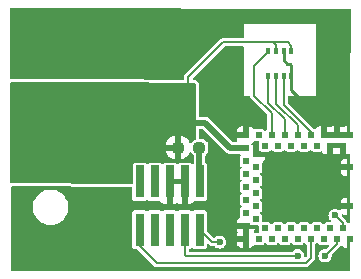
<source format=gbr>
%TF.GenerationSoftware,KiCad,Pcbnew,7.0.8*%
%TF.CreationDate,2024-06-12T17:23:09-04:00*%
%TF.ProjectId,BLERoomSensore,424c4552-6f6f-46d5-9365-6e736f72652e,rev?*%
%TF.SameCoordinates,Original*%
%TF.FileFunction,Copper,L1,Top*%
%TF.FilePolarity,Positive*%
%FSLAX46Y46*%
G04 Gerber Fmt 4.6, Leading zero omitted, Abs format (unit mm)*
G04 Created by KiCad (PCBNEW 7.0.8) date 2024-06-12 17:23:09*
%MOMM*%
%LPD*%
G01*
G04 APERTURE LIST*
G04 Aperture macros list*
%AMRoundRect*
0 Rectangle with rounded corners*
0 $1 Rounding radius*
0 $2 $3 $4 $5 $6 $7 $8 $9 X,Y pos of 4 corners*
0 Add a 4 corners polygon primitive as box body*
4,1,4,$2,$3,$4,$5,$6,$7,$8,$9,$2,$3,0*
0 Add four circle primitives for the rounded corners*
1,1,$1+$1,$2,$3*
1,1,$1+$1,$4,$5*
1,1,$1+$1,$6,$7*
1,1,$1+$1,$8,$9*
0 Add four rect primitives between the rounded corners*
20,1,$1+$1,$2,$3,$4,$5,0*
20,1,$1+$1,$4,$5,$6,$7,0*
20,1,$1+$1,$6,$7,$8,$9,0*
20,1,$1+$1,$8,$9,$2,$3,0*%
G04 Aperture macros list end*
%TA.AperFunction,SMDPad,CuDef*%
%ADD10R,0.508000X0.508000*%
%TD*%
%TA.AperFunction,SMDPad,CuDef*%
%ADD11RoundRect,0.237500X-0.250000X-0.237500X0.250000X-0.237500X0.250000X0.237500X-0.250000X0.237500X0*%
%TD*%
%TA.AperFunction,SMDPad,CuDef*%
%ADD12R,0.740000X2.790000*%
%TD*%
%TA.AperFunction,SMDPad,CuDef*%
%ADD13R,0.350000X0.500000*%
%TD*%
%TA.AperFunction,ViaPad*%
%ADD14C,0.600000*%
%TD*%
%TA.AperFunction,ViaPad*%
%ADD15C,0.800000*%
%TD*%
%TA.AperFunction,Conductor*%
%ADD16C,0.508000*%
%TD*%
%TA.AperFunction,Conductor*%
%ADD17C,0.177800*%
%TD*%
%TA.AperFunction,Conductor*%
%ADD18C,0.203200*%
%TD*%
%TA.AperFunction,Conductor*%
%ADD19C,0.254000*%
%TD*%
G04 APERTURE END LIST*
D10*
%TO.P,U3,1,GND*%
%TO.N,GND*%
X150686001Y-78302401D03*
%TO.P,U3,3,GND*%
X149586001Y-78302401D03*
%TO.P,U3,5,GND*%
X148486001Y-78302401D03*
%TO.P,U3,7,P0.26*%
%TO.N,BME_CS*%
X147386000Y-78302401D03*
%TO.P,U3,9,P0.28*%
%TO.N,MOSI*%
X146286000Y-78302401D03*
%TO.P,U3,11,P0.30*%
%TO.N,SCK*%
X145186000Y-78302401D03*
%TO.P,U3,13,P0.00*%
%TO.N,MISO*%
X144085999Y-78302401D03*
%TO.P,U3,15,P0.02*%
%TO.N,unconnected-(U3-P0.02-Pad15)*%
X142985999Y-78302401D03*
%TO.P,U3,16,GND*%
%TO.N,GND*%
X141885999Y-78302401D03*
%TO.P,U3,17,VCC*%
%TO.N,VDD*%
X141886000Y-79402399D03*
%TO.P,U3,19,P0.03*%
%TO.N,unconnected-(U3-P0.03-Pad19)*%
X141886000Y-80502399D03*
%TO.P,U3,21,P0.05*%
%TO.N,unconnected-(U3-P0.05-Pad21)*%
X141886000Y-81602400D03*
%TO.P,U3,23,P0.07*%
%TO.N,unconnected-(U3-P0.07-Pad23)*%
X141886000Y-82702400D03*
%TO.P,U3,25,P0.09*%
%TO.N,unconnected-(U3-P0.09-Pad25)*%
X141886000Y-83802400D03*
%TO.P,U3,27,P0.11*%
%TO.N,unconnected-(U3-P0.11-Pad27)*%
X141886000Y-84902401D03*
%TO.P,U3,29,GND*%
%TO.N,GND*%
X141886000Y-86002401D03*
%TO.P,U3,30,GND*%
X141885999Y-87102399D03*
%TO.P,U3,31,P0.13*%
%TO.N,unconnected-(U3-P0.13-Pad31)*%
X142985999Y-87102399D03*
%TO.P,U3,33,P0.15*%
%TO.N,unconnected-(U3-P0.15-Pad33)*%
X144085999Y-87102399D03*
%TO.P,U3,35,P0.17*%
%TO.N,unconnected-(U3-P0.17-Pad35)*%
X145186000Y-87102399D03*
%TO.P,U3,37,P0.19*%
%TO.N,unconnected-(U3-P0.19-Pad37)*%
X146286000Y-87102399D03*
%TO.P,U3,39,P0.21*%
%TO.N,RESET*%
X147386000Y-87102399D03*
%TO.P,U3,41,P0.23*%
%TO.N,unconnected-(U3-P0.23-Pad41)*%
X148486001Y-87102399D03*
%TO.P,U3,43,SWCLK*%
%TO.N,CLK*%
X149586001Y-87102399D03*
%TO.P,U3,45,GND*%
%TO.N,GND*%
X150686001Y-87102399D03*
%TO.P,U3,2,GND*%
X150136001Y-79202401D03*
%TO.P,U3,4,GND*%
X149036001Y-79202401D03*
%TO.P,U3,6,P0.25*%
%TO.N,unconnected-(U3-P0.25-Pad6)*%
X147936001Y-79202401D03*
%TO.P,U3,8,P0.27*%
%TO.N,unconnected-(U3-P0.27-Pad8)*%
X146836000Y-79202401D03*
%TO.P,U3,10,P0.29*%
%TO.N,unconnected-(U3-P0.29-Pad10)*%
X145736000Y-79202401D03*
%TO.P,U3,12,P0.31*%
%TO.N,unconnected-(U3-P0.31-Pad12)*%
X144636000Y-79202401D03*
%TO.P,U3,14,P0.01*%
%TO.N,unconnected-(U3-P0.01-Pad14)*%
X143535999Y-79202401D03*
%TO.P,U3,32,P0.14*%
%TO.N,unconnected-(U3-P0.14-Pad32)*%
X143535999Y-86202399D03*
%TO.P,U3,34,P0.16*%
%TO.N,unconnected-(U3-P0.16-Pad34)*%
X144636000Y-86202399D03*
%TO.P,U3,36,P0.18*%
%TO.N,unconnected-(U3-P0.18-Pad36)*%
X145736000Y-86202399D03*
%TO.P,U3,38,P0.20*%
%TO.N,unconnected-(U3-P0.20-Pad38)*%
X146836000Y-86202399D03*
%TO.P,U3,40,P0.22*%
%TO.N,unconnected-(U3-P0.22-Pad40)*%
X147936001Y-86202399D03*
%TO.P,U3,42,P0.24*%
%TO.N,unconnected-(U3-P0.24-Pad42)*%
X149036001Y-86202399D03*
%TO.P,U3,44,SWDIO*%
%TO.N,DIO*%
X150136001Y-86202399D03*
%TO.P,U3,18,GND*%
%TO.N,GND*%
X142786000Y-79952399D03*
%TO.P,U3,20,P0.04*%
%TO.N,unconnected-(U3-P0.04-Pad20)*%
X142786000Y-81052399D03*
%TO.P,U3,22,P0.06*%
%TO.N,unconnected-(U3-P0.06-Pad22)*%
X142786000Y-82152400D03*
%TO.P,U3,24,P0.08*%
%TO.N,unconnected-(U3-P0.08-Pad24)*%
X142786000Y-83252400D03*
%TO.P,U3,26,P0.10*%
%TO.N,unconnected-(U3-P0.10-Pad26)*%
X142786000Y-84352400D03*
%TO.P,U3,28,P0.12*%
%TO.N,unconnected-(U3-P0.12-Pad28)*%
X142786000Y-85452401D03*
%TO.P,U3,47,GND*%
%TO.N,GND*%
X150686001Y-81052400D03*
%TO.P,U3,46,GND*%
X150686001Y-84352400D03*
%TD*%
D11*
%TO.P,R1,1*%
%TO.N,VDD*%
X136145900Y-79375000D03*
%TO.P,R1,2*%
%TO.N,Net-(J1-Pad01)*%
X137970900Y-79375000D03*
%TD*%
D12*
%TO.P,J1,01,01*%
%TO.N,Net-(J1-Pad01)*%
X137998200Y-82245200D03*
%TO.P,J1,02,02*%
%TO.N,DIO*%
X137998200Y-86315200D03*
%TO.P,J1,03,03*%
%TO.N,GND*%
X136728200Y-82245200D03*
%TO.P,J1,04,04*%
%TO.N,CLK*%
X136728200Y-86315200D03*
%TO.P,J1,05,05*%
%TO.N,GND*%
X135458200Y-82245200D03*
%TO.P,J1,06,06*%
%TO.N,unconnected-(J1-Pad06)*%
X135458200Y-86315200D03*
%TO.P,J1,07,07*%
%TO.N,unconnected-(J1-Pad07)*%
X134188200Y-82245200D03*
%TO.P,J1,08,08*%
%TO.N,unconnected-(J1-Pad08)*%
X134188200Y-86315200D03*
%TO.P,J1,09,09*%
%TO.N,unconnected-(J1-Pad09)*%
X132918200Y-82245200D03*
%TO.P,J1,10,10*%
%TO.N,RESET*%
X132918200Y-86315200D03*
%TD*%
D13*
%TO.P,U2,1,GND*%
%TO.N,GND*%
X145755000Y-73288000D03*
%TO.P,U2,2,CSB*%
%TO.N,BME_CS*%
X145105000Y-73288000D03*
%TO.P,U2,3,SDI*%
%TO.N,MOSI*%
X144455000Y-73288000D03*
%TO.P,U2,4,SCK*%
%TO.N,SCK*%
X143805000Y-73288000D03*
%TO.P,U2,5,SDO*%
%TO.N,MISO*%
X143805000Y-71238000D03*
%TO.P,U2,6,VDDIO*%
%TO.N,VDD*%
X144455000Y-71238000D03*
%TO.P,U2,7,GND*%
%TO.N,GND*%
X145105000Y-71238000D03*
%TO.P,U2,8,VDD*%
%TO.N,VDD*%
X145755000Y-71238000D03*
%TD*%
D14*
%TO.N,DIO*%
X139674600Y-87376000D03*
%TO.N,CLK*%
X146304000Y-88544400D03*
X148615400Y-88544400D03*
%TO.N,DIO*%
X149453600Y-85115400D03*
D15*
%TO.N,GND*%
X130683000Y-69977000D03*
X130810000Y-83566000D03*
X125349000Y-70281800D03*
X149021800Y-72694800D03*
X139471400Y-76530200D03*
X148717000Y-82423000D03*
X127508000Y-73025000D03*
X148920200Y-69748400D03*
X131013200Y-85064600D03*
X147370800Y-83820000D03*
X139446000Y-83058000D03*
%TO.N,VDD*%
X122529600Y-77165200D03*
X127660400Y-81686400D03*
X130251200Y-81584800D03*
X122580400Y-78841600D03*
X122529600Y-75133200D03*
X128930400Y-81737200D03*
X123037600Y-81686400D03*
%TD*%
D16*
%TO.N,Net-(J1-Pad01)*%
X137970900Y-79375000D02*
X137970900Y-82217900D01*
X137970900Y-82217900D02*
X137998200Y-82245200D01*
%TO.N,VDD*%
X141886000Y-79402399D02*
X140590999Y-79402399D01*
X140590999Y-79402399D02*
X138455400Y-77266800D01*
X138455400Y-77266800D02*
X136677400Y-77266800D01*
D17*
%TO.N,DIO*%
X150136001Y-86202399D02*
X150136001Y-85797801D01*
X150136001Y-85797801D02*
X149453600Y-85115400D01*
X139674600Y-87376000D02*
X139059000Y-87376000D01*
X139059000Y-87376000D02*
X137998200Y-86315200D01*
%TO.N,RESET*%
X132918200Y-86315200D02*
X132918200Y-87710200D01*
X147010500Y-89133300D02*
X147386000Y-88757800D01*
X132918200Y-87710200D02*
X134341300Y-89133300D01*
X147386000Y-88757800D02*
X147386000Y-87102399D01*
X134341300Y-89133300D02*
X147010500Y-89133300D01*
%TO.N,CLK*%
X146304000Y-88544400D02*
X136831634Y-88544400D01*
X136728200Y-88440966D02*
X136728200Y-86315200D01*
X136831634Y-88544400D02*
X136728200Y-88440966D01*
X148615400Y-88544400D02*
X149586001Y-87573799D01*
X149586001Y-87573799D02*
X149586001Y-87102399D01*
D18*
%TO.N,MOSI*%
X146286000Y-77505380D02*
X146286000Y-78302401D01*
X144455000Y-75674380D02*
X146286000Y-77505380D01*
X144455000Y-73233000D02*
X144455000Y-75674380D01*
%TO.N,BME_CS*%
X147386000Y-78035170D02*
X147386000Y-78302401D01*
X145105000Y-75754170D02*
X147386000Y-78035170D01*
X145105000Y-73233000D02*
X145105000Y-75754170D01*
D19*
%TO.N,GND*%
X145755000Y-73233000D02*
X145755000Y-74508000D01*
X145669000Y-72309000D02*
X145415000Y-72309000D01*
X145105000Y-71999000D02*
X145105000Y-71293000D01*
X145755000Y-74508000D02*
X146761200Y-75514200D01*
X145415000Y-72309000D02*
X145105000Y-71999000D01*
X145755000Y-72395000D02*
X145669000Y-72309000D01*
X145755000Y-73233000D02*
X145755000Y-72395000D01*
D18*
%TO.N,SCK*%
X143805000Y-75594590D02*
X145186000Y-76975590D01*
X143805000Y-73233000D02*
X143805000Y-75594590D01*
X145186000Y-76975590D02*
X145186000Y-78302401D01*
%TO.N,VDD*%
X144221200Y-70459600D02*
X143866600Y-70459600D01*
X143866600Y-70459600D02*
X145465800Y-70459600D01*
X145465800Y-70459600D02*
X145755000Y-70748800D01*
X143866600Y-70459600D02*
X140004800Y-70459600D01*
X137033000Y-73431400D02*
X137033000Y-74498200D01*
X145755000Y-70748800D02*
X145755000Y-71293000D01*
X140004800Y-70459600D02*
X137033000Y-73431400D01*
X144455000Y-70693400D02*
X144221200Y-70459600D01*
X144455000Y-71293000D02*
X144455000Y-70693400D01*
%TO.N,MISO*%
X142621000Y-72477000D02*
X142621000Y-74980800D01*
X144085999Y-76445799D02*
X144085999Y-78302401D01*
X142621000Y-74980800D02*
X144085999Y-76445799D01*
X143805000Y-71293000D02*
X142621000Y-72477000D01*
%TD*%
%TA.AperFunction,Conductor*%
%TO.N,GND*%
G36*
X138264863Y-77795865D02*
G01*
X138270517Y-77801045D01*
X140186100Y-79716628D01*
X140197888Y-79731256D01*
X140202749Y-79738820D01*
X140243086Y-79773772D01*
X140245371Y-79775900D01*
X140257149Y-79787678D01*
X140270474Y-79797652D01*
X140272918Y-79799622D01*
X140313257Y-79834576D01*
X140318162Y-79836815D01*
X140321429Y-79838307D01*
X140337596Y-79847899D01*
X140344795Y-79853288D01*
X140394822Y-79871946D01*
X140397704Y-79873140D01*
X140446265Y-79895318D01*
X140455162Y-79896596D01*
X140473376Y-79901245D01*
X140481798Y-79904387D01*
X140535048Y-79908195D01*
X140538157Y-79908530D01*
X140554631Y-79910899D01*
X140571271Y-79910899D01*
X140574408Y-79911011D01*
X140627646Y-79914819D01*
X140627646Y-79914818D01*
X140627648Y-79914819D01*
X140636434Y-79912907D01*
X140655118Y-79910899D01*
X141390323Y-79910899D01*
X141446824Y-79931464D01*
X141476888Y-79983535D01*
X141466447Y-80042749D01*
X141452478Y-80060954D01*
X141448514Y-80064917D01*
X141392265Y-80149097D01*
X141377500Y-80223333D01*
X141377500Y-80781467D01*
X141390426Y-80846452D01*
X141392266Y-80855700D01*
X141448516Y-80939883D01*
X141507527Y-80979313D01*
X141543081Y-81027803D01*
X141539148Y-81087801D01*
X141507528Y-81125484D01*
X141448519Y-81164913D01*
X141448514Y-81164918D01*
X141392265Y-81249098D01*
X141377500Y-81323334D01*
X141377500Y-81881468D01*
X141390426Y-81946453D01*
X141392266Y-81955701D01*
X141448516Y-82039884D01*
X141507527Y-82079314D01*
X141543080Y-82127804D01*
X141539146Y-82187802D01*
X141507527Y-82225485D01*
X141448516Y-82264916D01*
X141448514Y-82264918D01*
X141392265Y-82349098D01*
X141377500Y-82423334D01*
X141377500Y-82981468D01*
X141390426Y-83046453D01*
X141392266Y-83055701D01*
X141448516Y-83139884D01*
X141507527Y-83179314D01*
X141543080Y-83227804D01*
X141539146Y-83287802D01*
X141507527Y-83325485D01*
X141448516Y-83364916D01*
X141448514Y-83364918D01*
X141392265Y-83449098D01*
X141377500Y-83523334D01*
X141377500Y-84081468D01*
X141387910Y-84133799D01*
X141392266Y-84155701D01*
X141448516Y-84239884D01*
X141507527Y-84279314D01*
X141543081Y-84327804D01*
X141539148Y-84387802D01*
X141507528Y-84425485D01*
X141448519Y-84464914D01*
X141448514Y-84464919D01*
X141392265Y-84549099D01*
X141377500Y-84623335D01*
X141377500Y-85181470D01*
X141389698Y-85242795D01*
X141380550Y-85302222D01*
X141356165Y-85330309D01*
X141274811Y-85391211D01*
X141274808Y-85391214D01*
X141188647Y-85506310D01*
X141138400Y-85641026D01*
X141132000Y-85700564D01*
X141132000Y-85752400D01*
X141132001Y-85752401D01*
X142211455Y-85752401D01*
X142267956Y-85772966D01*
X142286935Y-85798850D01*
X142287456Y-85798503D01*
X142292265Y-85805701D01*
X142292266Y-85805702D01*
X142348516Y-85889885D01*
X142376705Y-85908720D01*
X142432698Y-85946135D01*
X142443261Y-85948236D01*
X142506933Y-85960901D01*
X142939599Y-85960900D01*
X142996100Y-85981465D01*
X143026164Y-86033536D01*
X143027499Y-86048800D01*
X143027499Y-86481468D01*
X143028969Y-86488856D01*
X143019819Y-86548283D01*
X142974610Y-86587924D01*
X142942757Y-86593899D01*
X142706929Y-86593899D01*
X142706927Y-86593900D01*
X142689597Y-86597347D01*
X142630170Y-86588199D01*
X142590527Y-86542992D01*
X142589217Y-86482879D01*
X142590093Y-86480418D01*
X142633599Y-86363775D01*
X142639999Y-86304237D01*
X142640000Y-86304228D01*
X142640000Y-86252402D01*
X142639999Y-86252401D01*
X142136001Y-86252401D01*
X142136000Y-86252402D01*
X142136000Y-86759991D01*
X142135999Y-86759993D01*
X142135999Y-87856398D01*
X142136000Y-87856399D01*
X142187826Y-87856399D01*
X142187835Y-87856398D01*
X142247373Y-87849998D01*
X142382089Y-87799751D01*
X142497185Y-87713590D01*
X142497189Y-87713586D01*
X142558088Y-87632235D01*
X142608411Y-87599327D01*
X142645603Y-87598700D01*
X142706932Y-87610899D01*
X143265065Y-87610898D01*
X143265067Y-87610898D01*
X143285297Y-87606874D01*
X143339300Y-87596133D01*
X143423483Y-87539883D01*
X143462913Y-87480871D01*
X143511403Y-87445318D01*
X143571401Y-87449251D01*
X143609084Y-87480871D01*
X143648515Y-87539883D01*
X143665132Y-87550986D01*
X143732697Y-87596133D01*
X143739218Y-87597430D01*
X143806932Y-87610899D01*
X144365065Y-87610898D01*
X144365067Y-87610898D01*
X144385297Y-87606874D01*
X144439300Y-87596133D01*
X144523483Y-87539883D01*
X144562915Y-87480869D01*
X144611402Y-87445318D01*
X144671400Y-87449250D01*
X144709084Y-87480870D01*
X144748516Y-87539883D01*
X144765133Y-87550986D01*
X144832698Y-87596133D01*
X144839219Y-87597430D01*
X144906933Y-87610899D01*
X145465066Y-87610898D01*
X145465068Y-87610898D01*
X145485298Y-87606874D01*
X145539301Y-87596133D01*
X145623484Y-87539883D01*
X145662914Y-87480871D01*
X145711404Y-87445318D01*
X145771402Y-87449251D01*
X145809085Y-87480871D01*
X145848516Y-87539883D01*
X145865133Y-87550986D01*
X145932698Y-87596133D01*
X145939219Y-87597430D01*
X146006933Y-87610899D01*
X146565066Y-87610898D01*
X146565068Y-87610898D01*
X146585298Y-87606874D01*
X146639301Y-87596133D01*
X146723484Y-87539883D01*
X146762914Y-87480871D01*
X146811404Y-87445318D01*
X146871402Y-87449251D01*
X146909085Y-87480871D01*
X146948516Y-87539883D01*
X147003536Y-87576646D01*
X147039088Y-87625134D01*
X147042600Y-87649731D01*
X147042600Y-88579149D01*
X147022035Y-88635650D01*
X147016851Y-88641307D01*
X147008408Y-88649749D01*
X146953913Y-88675157D01*
X146895835Y-88659591D01*
X146861351Y-88610336D01*
X146859109Y-88576117D01*
X146863285Y-88544400D01*
X146844228Y-88399646D01*
X146788355Y-88264758D01*
X146723652Y-88180435D01*
X146699477Y-88148929D01*
X146699475Y-88148927D01*
X146699474Y-88148926D01*
X146641558Y-88104485D01*
X146583645Y-88060046D01*
X146583643Y-88060045D01*
X146448754Y-88004172D01*
X146304000Y-87985115D01*
X146159245Y-88004172D01*
X146024358Y-88060044D01*
X145908529Y-88148922D01*
X145908526Y-88148925D01*
X145894957Y-88166610D01*
X145844246Y-88198916D01*
X145825221Y-88201000D01*
X137159500Y-88201000D01*
X137102999Y-88180435D01*
X137072935Y-88128364D01*
X137071600Y-88113100D01*
X137071600Y-88047114D01*
X137092165Y-87990613D01*
X137142353Y-87960903D01*
X137176218Y-87954167D01*
X137197501Y-87949934D01*
X137281684Y-87893684D01*
X137290115Y-87881066D01*
X137338603Y-87845514D01*
X137398602Y-87849446D01*
X137436284Y-87881066D01*
X137444716Y-87893684D01*
X137472905Y-87912519D01*
X137528898Y-87949934D01*
X137539461Y-87952035D01*
X137603133Y-87964700D01*
X138393266Y-87964699D01*
X138393268Y-87964699D01*
X138412351Y-87960903D01*
X138467501Y-87949934D01*
X138551684Y-87893684D01*
X138607934Y-87809501D01*
X138622700Y-87735267D01*
X138622699Y-87637549D01*
X138643263Y-87581050D01*
X138695334Y-87550986D01*
X138754548Y-87561426D01*
X138772754Y-87575395D01*
X138804232Y-87606874D01*
X138806823Y-87609702D01*
X138834861Y-87643117D01*
X138872650Y-87664934D01*
X138875885Y-87666995D01*
X138911634Y-87692027D01*
X138915276Y-87693002D01*
X138936474Y-87701783D01*
X138939739Y-87703668D01*
X138982709Y-87711244D01*
X138986455Y-87712075D01*
X139004266Y-87716846D01*
X139028609Y-87723370D01*
X139065796Y-87720116D01*
X139072082Y-87719567D01*
X139075914Y-87719400D01*
X139195821Y-87719400D01*
X139252322Y-87739965D01*
X139265554Y-87753787D01*
X139279126Y-87771474D01*
X139279129Y-87771476D01*
X139381459Y-87849998D01*
X139394957Y-87860355D01*
X139529846Y-87916228D01*
X139674600Y-87935285D01*
X139819354Y-87916228D01*
X139954243Y-87860355D01*
X140070074Y-87771474D01*
X140158955Y-87655643D01*
X140214828Y-87520754D01*
X140230168Y-87404235D01*
X141131999Y-87404235D01*
X141138399Y-87463773D01*
X141188646Y-87598489D01*
X141274807Y-87713585D01*
X141274812Y-87713590D01*
X141389908Y-87799751D01*
X141524624Y-87849998D01*
X141584162Y-87856398D01*
X141584172Y-87856399D01*
X141635998Y-87856399D01*
X141635999Y-87856398D01*
X141635999Y-87352400D01*
X141635998Y-87352399D01*
X141132000Y-87352399D01*
X141131999Y-87352400D01*
X141131999Y-87404235D01*
X140230168Y-87404235D01*
X140233885Y-87376000D01*
X140214828Y-87231246D01*
X140158955Y-87096358D01*
X140110032Y-87032600D01*
X140070077Y-86980529D01*
X140070075Y-86980527D01*
X140070074Y-86980526D01*
X140012158Y-86936085D01*
X139954245Y-86891646D01*
X139954243Y-86891645D01*
X139859493Y-86852398D01*
X141131999Y-86852398D01*
X141132000Y-86852399D01*
X141635998Y-86852399D01*
X141635999Y-86852398D01*
X141635999Y-86344809D01*
X141636000Y-86344806D01*
X141636000Y-86252402D01*
X141635999Y-86252401D01*
X141132001Y-86252401D01*
X141132000Y-86252402D01*
X141132000Y-86304237D01*
X141138400Y-86363775D01*
X141188647Y-86498491D01*
X141189569Y-86499722D01*
X141189878Y-86500746D01*
X141191660Y-86504009D01*
X141190977Y-86504381D01*
X141206967Y-86557277D01*
X141191218Y-86600554D01*
X141191658Y-86600795D01*
X141190077Y-86603689D01*
X141189576Y-86605067D01*
X141188648Y-86606306D01*
X141188645Y-86606311D01*
X141138399Y-86741024D01*
X141131999Y-86800562D01*
X141131999Y-86852398D01*
X139859493Y-86852398D01*
X139819354Y-86835772D01*
X139674600Y-86816715D01*
X139529845Y-86835772D01*
X139394958Y-86891644D01*
X139279120Y-86980529D01*
X139276296Y-86983354D01*
X139221801Y-87008761D01*
X139163723Y-86993195D01*
X139151991Y-86983350D01*
X138648444Y-86479803D01*
X138623033Y-86425309D01*
X138622699Y-86417648D01*
X138622699Y-84895131D01*
X138610889Y-84835758D01*
X138607934Y-84820899D01*
X138551684Y-84736716D01*
X138526558Y-84719927D01*
X138467501Y-84680465D01*
X138414392Y-84669902D01*
X138393267Y-84665700D01*
X138393265Y-84665700D01*
X137603131Y-84665700D01*
X137528899Y-84680466D01*
X137444717Y-84736715D01*
X137444712Y-84736720D01*
X137436282Y-84749336D01*
X137387791Y-84784887D01*
X137327793Y-84780951D01*
X137290114Y-84749333D01*
X137281684Y-84736716D01*
X137256558Y-84719927D01*
X137197501Y-84680465D01*
X137144392Y-84669902D01*
X137123267Y-84665700D01*
X137123265Y-84665700D01*
X136333131Y-84665700D01*
X136258899Y-84680466D01*
X136174717Y-84736715D01*
X136174712Y-84736720D01*
X136166282Y-84749336D01*
X136117791Y-84784887D01*
X136057793Y-84780951D01*
X136020114Y-84749333D01*
X136011684Y-84736716D01*
X135986558Y-84719927D01*
X135927501Y-84680465D01*
X135874392Y-84669902D01*
X135853267Y-84665700D01*
X135853265Y-84665700D01*
X135063131Y-84665700D01*
X134988899Y-84680466D01*
X134904717Y-84736715D01*
X134904712Y-84736720D01*
X134896282Y-84749336D01*
X134847791Y-84784887D01*
X134787793Y-84780951D01*
X134750114Y-84749333D01*
X134741684Y-84736716D01*
X134716558Y-84719927D01*
X134657501Y-84680465D01*
X134604392Y-84669902D01*
X134583267Y-84665700D01*
X134583265Y-84665700D01*
X133793131Y-84665700D01*
X133718899Y-84680466D01*
X133634717Y-84736715D01*
X133634712Y-84736720D01*
X133626282Y-84749336D01*
X133577791Y-84784887D01*
X133517793Y-84780951D01*
X133480114Y-84749333D01*
X133471684Y-84736716D01*
X133446558Y-84719927D01*
X133387501Y-84680465D01*
X133334392Y-84669902D01*
X133313267Y-84665700D01*
X133313265Y-84665700D01*
X132523131Y-84665700D01*
X132448899Y-84680466D01*
X132364717Y-84736715D01*
X132364714Y-84736718D01*
X132308465Y-84820898D01*
X132300509Y-84860900D01*
X132293701Y-84895131D01*
X132293700Y-84895134D01*
X132293700Y-87735268D01*
X132306166Y-87797937D01*
X132308466Y-87809501D01*
X132364716Y-87893684D01*
X132448899Y-87949934D01*
X132523133Y-87964700D01*
X132650647Y-87964699D01*
X132707149Y-87985263D01*
X132712803Y-87990444D01*
X134086532Y-89364174D01*
X134089123Y-89367002D01*
X134117162Y-89400417D01*
X134154952Y-89422235D01*
X134158189Y-89424297D01*
X134193932Y-89449325D01*
X134193934Y-89449326D01*
X134197568Y-89450299D01*
X134218775Y-89459083D01*
X134222039Y-89460968D01*
X134265023Y-89468546D01*
X134268760Y-89469376D01*
X134278485Y-89471981D01*
X134310909Y-89480670D01*
X134354385Y-89476866D01*
X134358200Y-89476700D01*
X146993600Y-89476700D01*
X146997414Y-89476866D01*
X147033154Y-89479993D01*
X147040889Y-89480670D01*
X147040889Y-89480669D01*
X147040891Y-89480670D01*
X147083049Y-89469372D01*
X147086771Y-89468547D01*
X147129761Y-89460968D01*
X147133020Y-89459085D01*
X147154227Y-89450302D01*
X147154242Y-89450298D01*
X147157866Y-89449327D01*
X147193627Y-89424285D01*
X147196836Y-89422240D01*
X147234638Y-89400417D01*
X147262683Y-89366993D01*
X147265269Y-89364171D01*
X147616884Y-89012555D01*
X147619693Y-89009982D01*
X147653117Y-88981938D01*
X147674933Y-88944147D01*
X147676994Y-88940915D01*
X147686706Y-88927044D01*
X147702026Y-88905166D01*
X147703001Y-88901526D01*
X147711786Y-88880321D01*
X147713667Y-88877063D01*
X147713667Y-88877062D01*
X147713668Y-88877061D01*
X147721250Y-88834057D01*
X147722069Y-88830360D01*
X147733370Y-88788191D01*
X147729566Y-88744714D01*
X147729400Y-88740900D01*
X147729400Y-87649731D01*
X147749965Y-87593230D01*
X147768460Y-87576648D01*
X147823484Y-87539883D01*
X147862916Y-87480869D01*
X147911403Y-87445318D01*
X147971401Y-87449250D01*
X148009085Y-87480870D01*
X148048517Y-87539883D01*
X148065134Y-87550986D01*
X148132699Y-87596133D01*
X148139220Y-87597430D01*
X148206934Y-87610899D01*
X148765067Y-87610898D01*
X148765069Y-87610898D01*
X148826396Y-87598700D01*
X148839302Y-87596133D01*
X148839302Y-87596132D01*
X148847793Y-87594444D01*
X148848107Y-87596024D01*
X148898625Y-87593814D01*
X148946330Y-87630414D01*
X148959348Y-87689115D01*
X148934354Y-87739803D01*
X148711126Y-87963031D01*
X148656632Y-87988442D01*
X148637499Y-87988024D01*
X148615401Y-87985115D01*
X148615400Y-87985115D01*
X148470645Y-88004172D01*
X148335758Y-88060044D01*
X148219927Y-88148924D01*
X148219924Y-88148927D01*
X148131044Y-88264758D01*
X148075172Y-88399645D01*
X148056115Y-88544399D01*
X148056115Y-88544400D01*
X148075172Y-88689154D01*
X148131045Y-88824043D01*
X148131046Y-88824045D01*
X148193293Y-88905166D01*
X148219926Y-88939874D01*
X148335757Y-89028755D01*
X148470646Y-89084628D01*
X148615400Y-89103685D01*
X148760154Y-89084628D01*
X148895043Y-89028755D01*
X149010874Y-88939874D01*
X149099755Y-88824043D01*
X149155628Y-88689154D01*
X149174685Y-88544400D01*
X149171775Y-88522299D01*
X149184788Y-88463599D01*
X149196763Y-88448676D01*
X149816885Y-87828554D01*
X149819694Y-87825981D01*
X149853118Y-87797937D01*
X149874934Y-87760146D01*
X149876995Y-87756914D01*
X149885201Y-87745193D01*
X149902027Y-87721165D01*
X149902230Y-87720404D01*
X149902682Y-87719759D01*
X149905278Y-87714193D01*
X149906258Y-87714650D01*
X149936711Y-87671149D01*
X149994787Y-87655580D01*
X150049284Y-87680983D01*
X150057504Y-87690468D01*
X150074811Y-87713587D01*
X150074814Y-87713590D01*
X150189910Y-87799751D01*
X150324626Y-87849998D01*
X150384164Y-87856398D01*
X150384174Y-87856399D01*
X150436000Y-87856399D01*
X150436001Y-87856398D01*
X150436001Y-86940299D01*
X150456566Y-86883798D01*
X150508637Y-86853734D01*
X150523901Y-86852399D01*
X150642803Y-86852399D01*
X150699304Y-86872964D01*
X150729368Y-86925035D01*
X150730702Y-86940493D01*
X150726036Y-89028753D01*
X150724421Y-89751596D01*
X150703730Y-89808051D01*
X150651591Y-89837998D01*
X150636521Y-89839300D01*
X138692650Y-89839300D01*
X122134269Y-89814530D01*
X122077798Y-89793881D01*
X122047813Y-89741764D01*
X122046501Y-89727142D01*
X122016974Y-84553938D01*
X123873900Y-84553938D01*
X123914827Y-84799209D01*
X123914830Y-84799218D01*
X123995569Y-85034403D01*
X123995570Y-85034406D01*
X123995572Y-85034410D01*
X124113926Y-85253109D01*
X124113928Y-85253112D01*
X124266663Y-85449345D01*
X124449618Y-85617767D01*
X124449620Y-85617768D01*
X124536739Y-85674685D01*
X124657793Y-85753773D01*
X124759767Y-85798503D01*
X124885514Y-85853661D01*
X124885522Y-85853664D01*
X125126573Y-85914707D01*
X125126579Y-85914708D01*
X125312331Y-85930100D01*
X125312333Y-85930100D01*
X125436469Y-85930100D01*
X125560303Y-85919838D01*
X125622221Y-85914708D01*
X125622222Y-85914707D01*
X125622226Y-85914707D01*
X125863277Y-85853664D01*
X125863276Y-85853664D01*
X125863281Y-85853663D01*
X126091007Y-85753773D01*
X126299179Y-85617768D01*
X126299181Y-85617767D01*
X126299182Y-85617765D01*
X126299185Y-85617764D01*
X126482138Y-85449344D01*
X126634874Y-85253109D01*
X126753228Y-85034410D01*
X126833971Y-84799214D01*
X126835528Y-84789884D01*
X126874900Y-84553938D01*
X126874900Y-84305261D01*
X126833972Y-84059990D01*
X126833969Y-84059981D01*
X126810296Y-83991025D01*
X126753228Y-83824790D01*
X126634874Y-83606091D01*
X126634570Y-83605701D01*
X126576790Y-83531465D01*
X126482138Y-83409856D01*
X126482136Y-83409854D01*
X126299181Y-83241432D01*
X126299179Y-83241431D01*
X126091013Y-83105431D01*
X126091007Y-83105427D01*
X126090996Y-83105422D01*
X125863285Y-83005538D01*
X125863277Y-83005535D01*
X125622226Y-82944492D01*
X125622220Y-82944491D01*
X125436469Y-82929100D01*
X125436467Y-82929100D01*
X125312333Y-82929100D01*
X125312331Y-82929100D01*
X125126579Y-82944491D01*
X125126573Y-82944492D01*
X124885522Y-83005535D01*
X124885514Y-83005538D01*
X124657803Y-83105422D01*
X124657796Y-83105425D01*
X124657793Y-83105427D01*
X124657790Y-83105428D01*
X124657786Y-83105431D01*
X124449620Y-83241431D01*
X124449618Y-83241432D01*
X124266663Y-83409854D01*
X124113928Y-83606087D01*
X123995569Y-83824796D01*
X123914830Y-84059981D01*
X123914827Y-84059990D01*
X123873900Y-84305261D01*
X123873900Y-84553938D01*
X122016974Y-84553938D01*
X122006655Y-82746060D01*
X122026896Y-82689447D01*
X122078795Y-82659087D01*
X122094822Y-82657664D01*
X132206087Y-82690281D01*
X132262518Y-82711027D01*
X132292413Y-82763196D01*
X132293700Y-82778180D01*
X132293700Y-83665268D01*
X132304708Y-83720609D01*
X132308466Y-83739501D01*
X132364716Y-83823684D01*
X132392905Y-83842519D01*
X132448898Y-83879934D01*
X132459461Y-83882035D01*
X132523133Y-83894700D01*
X133313266Y-83894699D01*
X133313268Y-83894699D01*
X133331761Y-83891020D01*
X133387501Y-83879934D01*
X133471684Y-83823684D01*
X133480115Y-83811066D01*
X133528603Y-83775514D01*
X133588602Y-83779446D01*
X133626284Y-83811066D01*
X133634716Y-83823684D01*
X133662905Y-83842519D01*
X133718898Y-83879934D01*
X133729461Y-83882035D01*
X133793133Y-83894700D01*
X134583266Y-83894699D01*
X134590630Y-83893234D01*
X134650056Y-83902381D01*
X134678144Y-83926768D01*
X134731012Y-83997390D01*
X134846109Y-84083552D01*
X134980825Y-84133799D01*
X135040363Y-84140199D01*
X135040373Y-84140200D01*
X135208199Y-84140200D01*
X135208200Y-84140199D01*
X135708200Y-84140199D01*
X135708201Y-84140200D01*
X135876027Y-84140200D01*
X135876036Y-84140199D01*
X135935574Y-84133798D01*
X136062482Y-84086465D01*
X136122607Y-84085988D01*
X136123918Y-84086465D01*
X136250825Y-84133798D01*
X136310363Y-84140199D01*
X136310373Y-84140200D01*
X136478199Y-84140200D01*
X136478200Y-84140199D01*
X136478200Y-82495201D01*
X136478199Y-82495200D01*
X135708201Y-82495200D01*
X135708200Y-82495201D01*
X135708200Y-84140199D01*
X135208200Y-84140199D01*
X135208200Y-82083100D01*
X135228765Y-82026599D01*
X135280836Y-81996535D01*
X135296100Y-81995200D01*
X136890300Y-81995200D01*
X136946801Y-82015765D01*
X136976865Y-82067836D01*
X136978200Y-82083100D01*
X136978200Y-84140199D01*
X136978201Y-84140200D01*
X137146027Y-84140200D01*
X137146036Y-84140199D01*
X137205574Y-84133799D01*
X137340290Y-84083552D01*
X137455386Y-83997391D01*
X137508253Y-83926770D01*
X137558576Y-83893862D01*
X137595768Y-83893235D01*
X137603133Y-83894700D01*
X138393266Y-83894699D01*
X138393268Y-83894699D01*
X138411761Y-83891020D01*
X138467501Y-83879934D01*
X138551684Y-83823684D01*
X138607934Y-83739501D01*
X138622700Y-83665267D01*
X138622699Y-80825134D01*
X138622699Y-80825131D01*
X138617180Y-80797390D01*
X138607934Y-80750899D01*
X138551684Y-80666716D01*
X138551683Y-80666715D01*
X138518463Y-80644517D01*
X138482911Y-80596027D01*
X138479400Y-80571432D01*
X138479400Y-80077572D01*
X138499965Y-80021071D01*
X138514624Y-80007204D01*
X138572374Y-79963974D01*
X138657158Y-79850715D01*
X138706600Y-79718157D01*
X138712900Y-79659557D01*
X138712899Y-79090444D01*
X138706600Y-79031843D01*
X138704061Y-79025037D01*
X138666128Y-78923335D01*
X138657158Y-78899285D01*
X138572374Y-78786026D01*
X138459115Y-78701242D01*
X138326557Y-78651800D01*
X138326554Y-78651799D01*
X138326546Y-78651798D01*
X138267965Y-78645500D01*
X138267957Y-78645500D01*
X138015400Y-78645500D01*
X137958899Y-78624935D01*
X137928835Y-78572864D01*
X137927500Y-78557600D01*
X137927500Y-77863200D01*
X137948065Y-77806699D01*
X138000136Y-77776635D01*
X138015400Y-77775300D01*
X138208362Y-77775300D01*
X138264863Y-77795865D01*
G37*
%TD.AperFunction*%
%TA.AperFunction,Conductor*%
G36*
X142706932Y-78810901D02*
G01*
X142942757Y-78810900D01*
X142999258Y-78831464D01*
X143029322Y-78883536D01*
X143028969Y-78915944D01*
X143027499Y-78923335D01*
X143027499Y-79481467D01*
X143029202Y-79490025D01*
X143033157Y-79509911D01*
X143034311Y-79515709D01*
X143036000Y-79532858D01*
X143036000Y-79702398D01*
X143036001Y-79702399D01*
X143205532Y-79702399D01*
X143222680Y-79704087D01*
X143256932Y-79710901D01*
X143815065Y-79710900D01*
X143815067Y-79710900D01*
X143833560Y-79707221D01*
X143889300Y-79696135D01*
X143973483Y-79639885D01*
X144012915Y-79580871D01*
X144061402Y-79545320D01*
X144121400Y-79549252D01*
X144159084Y-79580872D01*
X144198516Y-79639885D01*
X144226705Y-79658720D01*
X144282698Y-79696135D01*
X144293261Y-79698236D01*
X144356933Y-79710901D01*
X144915066Y-79710900D01*
X144915068Y-79710900D01*
X144933561Y-79707221D01*
X144989301Y-79696135D01*
X145073484Y-79639885D01*
X145112914Y-79580873D01*
X145161404Y-79545320D01*
X145221402Y-79549253D01*
X145259085Y-79580873D01*
X145298516Y-79639885D01*
X145326705Y-79658720D01*
X145382698Y-79696135D01*
X145393261Y-79698236D01*
X145456933Y-79710901D01*
X146015066Y-79710900D01*
X146015068Y-79710900D01*
X146033561Y-79707221D01*
X146089301Y-79696135D01*
X146173484Y-79639885D01*
X146212914Y-79580873D01*
X146261404Y-79545320D01*
X146321402Y-79549253D01*
X146359085Y-79580873D01*
X146398516Y-79639885D01*
X146426705Y-79658720D01*
X146482698Y-79696135D01*
X146493261Y-79698236D01*
X146556933Y-79710901D01*
X147115066Y-79710900D01*
X147115068Y-79710900D01*
X147133561Y-79707221D01*
X147189301Y-79696135D01*
X147273484Y-79639885D01*
X147312916Y-79580871D01*
X147361403Y-79545320D01*
X147421401Y-79549252D01*
X147459085Y-79580872D01*
X147498517Y-79639885D01*
X147526706Y-79658720D01*
X147582699Y-79696135D01*
X147593262Y-79698236D01*
X147656934Y-79710901D01*
X148215067Y-79710900D01*
X148215069Y-79710900D01*
X148249316Y-79704088D01*
X148276394Y-79698702D01*
X148335821Y-79707849D01*
X148363909Y-79732236D01*
X148424809Y-79813587D01*
X148424814Y-79813592D01*
X148539910Y-79899753D01*
X148674626Y-79950000D01*
X148734164Y-79956400D01*
X148734174Y-79956401D01*
X148786000Y-79956401D01*
X148786001Y-79956400D01*
X149286001Y-79956400D01*
X149286002Y-79956401D01*
X149337828Y-79956401D01*
X149337837Y-79956400D01*
X149397375Y-79950000D01*
X149532090Y-79899753D01*
X149533320Y-79898833D01*
X149534345Y-79898522D01*
X149537609Y-79896741D01*
X149537981Y-79897423D01*
X149590875Y-79881432D01*
X149634151Y-79897183D01*
X149634393Y-79896741D01*
X149637309Y-79898333D01*
X149638682Y-79898833D01*
X149639911Y-79899753D01*
X149774626Y-79950000D01*
X149834164Y-79956400D01*
X149834174Y-79956401D01*
X149886000Y-79956401D01*
X149886001Y-79956400D01*
X149886001Y-79452402D01*
X149886000Y-79452401D01*
X149286002Y-79452401D01*
X149286001Y-79452402D01*
X149286001Y-79956400D01*
X148786001Y-79956400D01*
X148786001Y-79040301D01*
X148806566Y-78983800D01*
X148858637Y-78953736D01*
X148873901Y-78952401D01*
X150298101Y-78952401D01*
X150354602Y-78972966D01*
X150384666Y-79025037D01*
X150386001Y-79040301D01*
X150386001Y-79956400D01*
X150386002Y-79956401D01*
X150437828Y-79956401D01*
X150437837Y-79956400D01*
X150497375Y-79950000D01*
X150627630Y-79901417D01*
X150687755Y-79900940D01*
X150734120Y-79939222D01*
X150746248Y-79983971D01*
X150733442Y-85714736D01*
X150712751Y-85771191D01*
X150660612Y-85801138D01*
X150601422Y-85790565D01*
X150580095Y-85770547D01*
X150579606Y-85771037D01*
X150573487Y-85764918D01*
X150573485Y-85764915D01*
X150492927Y-85711087D01*
X150465640Y-85681952D01*
X150461785Y-85675275D01*
X150453004Y-85654080D01*
X150452028Y-85650435D01*
X150426996Y-85614686D01*
X150424935Y-85611451D01*
X150403118Y-85573663D01*
X150369700Y-85545622D01*
X150366872Y-85543031D01*
X150034968Y-85211127D01*
X150009557Y-85156633D01*
X150009974Y-85137503D01*
X150012885Y-85115400D01*
X150011182Y-85102469D01*
X150024194Y-85043770D01*
X150071895Y-85007165D01*
X150131965Y-85009786D01*
X150151007Y-85020629D01*
X150189910Y-85049752D01*
X150324626Y-85099999D01*
X150384164Y-85106399D01*
X150384174Y-85106400D01*
X150436000Y-85106400D01*
X150436001Y-85106399D01*
X150436001Y-84602401D01*
X150436000Y-84602400D01*
X149932002Y-84602400D01*
X149932001Y-84602401D01*
X149932001Y-84605314D01*
X149911436Y-84661815D01*
X149859365Y-84691879D01*
X149800151Y-84681438D01*
X149790590Y-84675049D01*
X149733245Y-84631046D01*
X149733243Y-84631045D01*
X149598354Y-84575172D01*
X149453600Y-84556115D01*
X149308845Y-84575172D01*
X149173958Y-84631044D01*
X149058127Y-84719924D01*
X149058124Y-84719927D01*
X148969244Y-84835758D01*
X148913372Y-84970645D01*
X148894315Y-85115399D01*
X148894315Y-85115400D01*
X148913372Y-85260154D01*
X148969245Y-85395043D01*
X148969246Y-85395045D01*
X149047920Y-85497574D01*
X149058126Y-85510874D01*
X149091214Y-85536264D01*
X149123520Y-85586974D01*
X149115672Y-85646587D01*
X149071342Y-85687208D01*
X149037704Y-85693899D01*
X148756932Y-85693899D01*
X148682700Y-85708665D01*
X148598518Y-85764914D01*
X148598514Y-85764918D01*
X148559085Y-85823926D01*
X148510595Y-85859479D01*
X148450597Y-85855545D01*
X148412915Y-85823926D01*
X148373485Y-85764915D01*
X148354757Y-85752401D01*
X148289302Y-85708664D01*
X148236193Y-85698101D01*
X148215068Y-85693899D01*
X148215066Y-85693899D01*
X147656932Y-85693899D01*
X147582700Y-85708665D01*
X147498518Y-85764914D01*
X147498514Y-85764918D01*
X147459085Y-85823927D01*
X147410596Y-85859480D01*
X147350597Y-85855546D01*
X147312914Y-85823926D01*
X147273484Y-85764915D01*
X147254756Y-85752401D01*
X147189301Y-85708664D01*
X147136192Y-85698101D01*
X147115067Y-85693899D01*
X147115065Y-85693899D01*
X146556931Y-85693899D01*
X146482699Y-85708665D01*
X146398517Y-85764914D01*
X146398513Y-85764918D01*
X146359084Y-85823926D01*
X146310594Y-85859479D01*
X146250596Y-85855545D01*
X146212914Y-85823926D01*
X146173484Y-85764915D01*
X146154756Y-85752401D01*
X146089301Y-85708664D01*
X146036192Y-85698101D01*
X146015067Y-85693899D01*
X146015065Y-85693899D01*
X145456931Y-85693899D01*
X145382699Y-85708665D01*
X145298517Y-85764914D01*
X145298513Y-85764918D01*
X145259084Y-85823926D01*
X145210594Y-85859479D01*
X145150596Y-85855545D01*
X145112914Y-85823926D01*
X145073484Y-85764915D01*
X145054756Y-85752401D01*
X144989301Y-85708664D01*
X144936192Y-85698101D01*
X144915067Y-85693899D01*
X144915065Y-85693899D01*
X144356931Y-85693899D01*
X144282699Y-85708665D01*
X144198517Y-85764914D01*
X144198513Y-85764918D01*
X144159084Y-85823927D01*
X144110595Y-85859480D01*
X144050596Y-85855546D01*
X144012913Y-85823926D01*
X143973483Y-85764915D01*
X143954755Y-85752401D01*
X143889300Y-85708664D01*
X143836191Y-85698101D01*
X143815066Y-85693899D01*
X143815064Y-85693899D01*
X143382399Y-85693899D01*
X143325898Y-85673334D01*
X143295834Y-85621263D01*
X143294499Y-85605999D01*
X143294499Y-85173332D01*
X143287371Y-85137496D01*
X143279734Y-85099100D01*
X143223484Y-85014917D01*
X143164471Y-84975485D01*
X143128918Y-84926996D01*
X143132851Y-84866998D01*
X143164469Y-84829316D01*
X143223484Y-84789884D01*
X143279734Y-84705701D01*
X143294500Y-84631467D01*
X143294499Y-84102399D01*
X149932001Y-84102399D01*
X149932002Y-84102400D01*
X150436000Y-84102400D01*
X150436001Y-84102399D01*
X150436001Y-83598401D01*
X150436000Y-83598400D01*
X150384164Y-83598400D01*
X150324626Y-83604800D01*
X150189910Y-83655047D01*
X150074814Y-83741208D01*
X150074809Y-83741213D01*
X149988648Y-83856309D01*
X149938401Y-83991025D01*
X149932001Y-84050563D01*
X149932001Y-84102399D01*
X143294499Y-84102399D01*
X143294499Y-84073334D01*
X143294499Y-84073331D01*
X143288980Y-84045590D01*
X143279734Y-83999099D01*
X143223484Y-83914916D01*
X143223480Y-83914913D01*
X143164472Y-83875484D01*
X143128919Y-83826995D01*
X143132853Y-83766996D01*
X143164472Y-83729314D01*
X143223484Y-83689884D01*
X143279734Y-83605701D01*
X143294500Y-83531467D01*
X143294499Y-82973334D01*
X143294499Y-82973331D01*
X143285701Y-82929100D01*
X143279734Y-82899099D01*
X143223484Y-82814916D01*
X143223480Y-82814913D01*
X143164472Y-82775484D01*
X143128919Y-82726995D01*
X143132853Y-82666996D01*
X143164472Y-82629314D01*
X143223484Y-82589884D01*
X143279734Y-82505701D01*
X143294500Y-82431467D01*
X143294499Y-81873334D01*
X143294499Y-81873331D01*
X143288980Y-81845590D01*
X143279734Y-81799099D01*
X143223484Y-81714916D01*
X143164471Y-81675484D01*
X143128918Y-81626995D01*
X143132851Y-81566997D01*
X143164469Y-81529315D01*
X143223484Y-81489883D01*
X143279734Y-81405700D01*
X143289971Y-81354236D01*
X149932001Y-81354236D01*
X149938401Y-81413774D01*
X149988648Y-81548490D01*
X150074809Y-81663586D01*
X150074814Y-81663591D01*
X150189910Y-81749752D01*
X150324626Y-81799999D01*
X150384164Y-81806399D01*
X150384174Y-81806400D01*
X150436000Y-81806400D01*
X150436001Y-81806399D01*
X150436001Y-81302401D01*
X150436000Y-81302400D01*
X149932002Y-81302400D01*
X149932001Y-81302401D01*
X149932001Y-81354236D01*
X143289971Y-81354236D01*
X143294500Y-81331466D01*
X143294499Y-80802399D01*
X149932001Y-80802399D01*
X149932002Y-80802400D01*
X150436000Y-80802400D01*
X150436001Y-80802399D01*
X150436001Y-80298401D01*
X150436000Y-80298400D01*
X150384164Y-80298400D01*
X150324626Y-80304800D01*
X150189910Y-80355047D01*
X150074814Y-80441208D01*
X150074809Y-80441213D01*
X149988648Y-80556309D01*
X149938401Y-80691025D01*
X149932001Y-80750563D01*
X149932001Y-80802399D01*
X143294499Y-80802399D01*
X143294499Y-80773333D01*
X143294499Y-80773330D01*
X143282301Y-80712005D01*
X143291448Y-80652578D01*
X143315835Y-80624490D01*
X143397186Y-80563590D01*
X143397191Y-80563585D01*
X143483352Y-80448489D01*
X143533599Y-80313773D01*
X143539999Y-80254235D01*
X143540000Y-80254226D01*
X143540000Y-80202400D01*
X143539999Y-80202399D01*
X142623900Y-80202399D01*
X142567399Y-80181834D01*
X142537335Y-80129763D01*
X142536000Y-80114499D01*
X142536000Y-79198400D01*
X142535999Y-79198399D01*
X142481818Y-79198399D01*
X142481818Y-79197006D01*
X142428549Y-79180626D01*
X142395883Y-79130146D01*
X142395458Y-79127545D01*
X142395342Y-79127569D01*
X142382301Y-79062005D01*
X142391448Y-79002578D01*
X142415836Y-78974489D01*
X142497186Y-78913591D01*
X142497189Y-78913588D01*
X142558088Y-78832237D01*
X142608411Y-78799329D01*
X142645603Y-78798702D01*
X142706932Y-78810901D01*
G37*
%TD.AperFunction*%
%TA.AperFunction,Conductor*%
G36*
X141700601Y-70836265D02*
G01*
X141730665Y-70888336D01*
X141732000Y-70903600D01*
X141732000Y-74976000D01*
X142183922Y-74976000D01*
X142240423Y-74996565D01*
X142270487Y-75048636D01*
X142271147Y-75053026D01*
X142274985Y-75083813D01*
X142274986Y-75083816D01*
X142277063Y-75090792D01*
X142276481Y-75090965D01*
X142276600Y-75091336D01*
X142277173Y-75091140D01*
X142279535Y-75098022D01*
X142304322Y-75143823D01*
X142327182Y-75190584D01*
X142331411Y-75196507D01*
X142330916Y-75196860D01*
X142331146Y-75197169D01*
X142331626Y-75196797D01*
X142336101Y-75202547D01*
X142374413Y-75237814D01*
X143704154Y-76567555D01*
X143729565Y-76622049D01*
X143729899Y-76629710D01*
X143729899Y-77763554D01*
X143709334Y-77820055D01*
X143690834Y-77836640D01*
X143648517Y-77864915D01*
X143648512Y-77864920D01*
X143609083Y-77923928D01*
X143560593Y-77959481D01*
X143500595Y-77955547D01*
X143462913Y-77923928D01*
X143423483Y-77864917D01*
X143420913Y-77863200D01*
X143339300Y-77808666D01*
X143280399Y-77796951D01*
X143265066Y-77793901D01*
X143265064Y-77793901D01*
X142706929Y-77793901D01*
X142645604Y-77806099D01*
X142586176Y-77796951D01*
X142558090Y-77772565D01*
X142497190Y-77691214D01*
X142497185Y-77691209D01*
X142382089Y-77605048D01*
X142247373Y-77554801D01*
X142187835Y-77548401D01*
X142136000Y-77548401D01*
X142135999Y-77548402D01*
X142135999Y-78464501D01*
X142115434Y-78521002D01*
X142063363Y-78551066D01*
X142048099Y-78552401D01*
X141132000Y-78552401D01*
X141131999Y-78552402D01*
X141131999Y-78604237D01*
X141138399Y-78663775D01*
X141179990Y-78775281D01*
X141180467Y-78835406D01*
X141142185Y-78881771D01*
X141097632Y-78893899D01*
X140838037Y-78893899D01*
X140781536Y-78873334D01*
X140775882Y-78868154D01*
X139960128Y-78052400D01*
X141131999Y-78052400D01*
X141132000Y-78052401D01*
X141635998Y-78052401D01*
X141635999Y-78052400D01*
X141635999Y-77548402D01*
X141635998Y-77548401D01*
X141584162Y-77548401D01*
X141524624Y-77554801D01*
X141389908Y-77605048D01*
X141274812Y-77691209D01*
X141274807Y-77691214D01*
X141188646Y-77806310D01*
X141138399Y-77941026D01*
X141131999Y-78000564D01*
X141131999Y-78052400D01*
X139960128Y-78052400D01*
X138860299Y-76952571D01*
X138848507Y-76937937D01*
X138843651Y-76930381D01*
X138843649Y-76930378D01*
X138835452Y-76923275D01*
X138803313Y-76895427D01*
X138801025Y-76893296D01*
X138789246Y-76881518D01*
X138775919Y-76871542D01*
X138773486Y-76869581D01*
X138733143Y-76834624D01*
X138724964Y-76830889D01*
X138708803Y-76821300D01*
X138701604Y-76815910D01*
X138674259Y-76805711D01*
X138651567Y-76797247D01*
X138648696Y-76796057D01*
X138600134Y-76773881D01*
X138600131Y-76773880D01*
X138591227Y-76772599D01*
X138573037Y-76767956D01*
X138564608Y-76764813D01*
X138564604Y-76764812D01*
X138564601Y-76764811D01*
X138534210Y-76762637D01*
X138511354Y-76761002D01*
X138508237Y-76760667D01*
X138491771Y-76758300D01*
X138491768Y-76758300D01*
X138475131Y-76758300D01*
X138471997Y-76758188D01*
X138466147Y-76757769D01*
X138418753Y-76754379D01*
X138413504Y-76755521D01*
X138409964Y-76756291D01*
X138391281Y-76758300D01*
X138015400Y-76758300D01*
X137958899Y-76737735D01*
X137928835Y-76685664D01*
X137927500Y-76670400D01*
X137927500Y-74037185D01*
X137926608Y-74028759D01*
X137921750Y-73982860D01*
X137910881Y-73932092D01*
X137903885Y-73906089D01*
X137903883Y-73906084D01*
X137854362Y-73817777D01*
X137854361Y-73817775D01*
X137808954Y-73764671D01*
X137775879Y-73732333D01*
X137686471Y-73684812D01*
X137686468Y-73684811D01*
X137686466Y-73684810D01*
X137650639Y-73674034D01*
X137619564Y-73664687D01*
X137619560Y-73664686D01*
X137619559Y-73664686D01*
X137546525Y-73653695D01*
X137526067Y-73653560D01*
X137469703Y-73632622D01*
X137439984Y-73580353D01*
X137450817Y-73521210D01*
X137464489Y-73503511D01*
X140126556Y-70841445D01*
X140181050Y-70816034D01*
X140188711Y-70815700D01*
X141644100Y-70815700D01*
X141700601Y-70836265D01*
G37*
%TD.AperFunction*%
%TA.AperFunction,Conductor*%
G36*
X150685941Y-67607030D02*
G01*
X150742411Y-67627679D01*
X150772396Y-67679796D01*
X150773709Y-67695126D01*
X150757363Y-75010308D01*
X150750615Y-78030271D01*
X150749644Y-78464697D01*
X150728953Y-78521152D01*
X150676814Y-78551099D01*
X150661744Y-78552401D01*
X148323901Y-78552401D01*
X148267400Y-78531836D01*
X148237336Y-78479765D01*
X148236001Y-78464501D01*
X148236001Y-78052400D01*
X148736001Y-78052400D01*
X148736002Y-78052401D01*
X149336000Y-78052401D01*
X149336001Y-78052400D01*
X149836001Y-78052400D01*
X149836002Y-78052401D01*
X150436000Y-78052401D01*
X150436001Y-78052400D01*
X150436001Y-77548402D01*
X150436000Y-77548401D01*
X150384164Y-77548401D01*
X150324626Y-77554801D01*
X150189913Y-77605047D01*
X150189909Y-77605049D01*
X150188676Y-77605973D01*
X150187652Y-77606282D01*
X150184397Y-77608060D01*
X150184024Y-77607378D01*
X150131121Y-77623369D01*
X150087846Y-77607618D01*
X150087605Y-77608060D01*
X150084697Y-77606472D01*
X150083326Y-77605973D01*
X150082092Y-77605049D01*
X150082088Y-77605047D01*
X149947375Y-77554801D01*
X149887837Y-77548401D01*
X149836002Y-77548401D01*
X149836001Y-77548402D01*
X149836001Y-78052400D01*
X149336001Y-78052400D01*
X149336001Y-77548402D01*
X149336000Y-77548401D01*
X149284164Y-77548401D01*
X149224626Y-77554801D01*
X149089913Y-77605047D01*
X149089909Y-77605049D01*
X149088676Y-77605973D01*
X149087652Y-77606282D01*
X149084397Y-77608060D01*
X149084024Y-77607378D01*
X149031121Y-77623369D01*
X148987846Y-77607618D01*
X148987605Y-77608060D01*
X148984697Y-77606472D01*
X148983326Y-77605973D01*
X148982092Y-77605049D01*
X148982088Y-77605047D01*
X148847375Y-77554801D01*
X148787837Y-77548401D01*
X148736002Y-77548401D01*
X148736001Y-77548402D01*
X148736001Y-78052400D01*
X148236001Y-78052400D01*
X148236001Y-77548402D01*
X148236000Y-77548401D01*
X148184164Y-77548401D01*
X148124626Y-77554801D01*
X147989910Y-77605048D01*
X147874814Y-77691209D01*
X147874809Y-77691214D01*
X147813910Y-77772565D01*
X147763587Y-77805472D01*
X147726396Y-77806099D01*
X147670331Y-77794948D01*
X147625323Y-77770892D01*
X145486845Y-75632414D01*
X145461434Y-75577920D01*
X145461100Y-75570259D01*
X145461100Y-75063900D01*
X145481665Y-75007399D01*
X145533736Y-74977335D01*
X145549000Y-74976000D01*
X147827999Y-74976000D01*
X147828000Y-74976000D01*
X147828000Y-68880000D01*
X141732000Y-68880000D01*
X141732000Y-68880001D01*
X141732000Y-70015600D01*
X141711435Y-70072101D01*
X141659364Y-70102165D01*
X141644100Y-70103500D01*
X140050849Y-70103500D01*
X140032812Y-70101629D01*
X140019719Y-70098884D01*
X140019718Y-70098884D01*
X139985399Y-70103162D01*
X139979957Y-70103500D01*
X139975291Y-70103500D01*
X139968010Y-70104715D01*
X139953446Y-70107145D01*
X139932782Y-70109721D01*
X139901784Y-70113585D01*
X139894809Y-70115662D01*
X139894636Y-70115083D01*
X139894261Y-70115203D01*
X139894458Y-70115774D01*
X139887572Y-70118137D01*
X139841776Y-70142921D01*
X139795016Y-70165782D01*
X139789087Y-70170015D01*
X139788738Y-70169526D01*
X139788432Y-70169754D01*
X139788801Y-70170228D01*
X139783056Y-70174699D01*
X139747784Y-70213014D01*
X136813759Y-73147038D01*
X136799687Y-73158466D01*
X136788486Y-73165785D01*
X136767242Y-73193077D01*
X136763642Y-73197155D01*
X136760337Y-73200460D01*
X136760337Y-73200461D01*
X136760334Y-73200464D01*
X136760334Y-73200465D01*
X136747464Y-73218489D01*
X136736805Y-73232183D01*
X136715489Y-73259570D01*
X136712024Y-73265974D01*
X136711494Y-73265687D01*
X136711317Y-73266032D01*
X136711857Y-73266296D01*
X136708659Y-73272837D01*
X136693800Y-73322747D01*
X136676900Y-73371978D01*
X136675701Y-73379163D01*
X136675100Y-73379062D01*
X136675045Y-73379443D01*
X136675649Y-73379519D01*
X136674748Y-73386745D01*
X136676900Y-73438767D01*
X136676900Y-73559492D01*
X136656335Y-73615993D01*
X136604264Y-73646057D01*
X136588422Y-73647390D01*
X129948075Y-73603705D01*
X122046922Y-73553697D01*
X122046921Y-73553697D01*
X122046907Y-73553697D01*
X122045776Y-73553751D01*
X122045575Y-73553688D01*
X122044533Y-73553682D01*
X122044535Y-73553365D01*
X121988359Y-73535902D01*
X121955849Y-73485322D01*
X121953689Y-73466460D01*
X121920507Y-67652900D01*
X121940749Y-67596284D01*
X121992648Y-67565924D01*
X122008406Y-67564500D01*
X122254250Y-67564500D01*
X150685941Y-67607030D01*
G37*
%TD.AperFunction*%
%TD*%
%TA.AperFunction,Conductor*%
%TO.N,VDD*%
G36*
X129946400Y-73863200D02*
G01*
X137544817Y-73913189D01*
X137611724Y-73933314D01*
X137657131Y-73986418D01*
X137668000Y-74037186D01*
X137668000Y-78603988D01*
X137648315Y-78671027D01*
X137595511Y-78716782D01*
X137584955Y-78721029D01*
X137513924Y-78745884D01*
X137513923Y-78745884D01*
X137407689Y-78824288D01*
X137407688Y-78824289D01*
X137329284Y-78930523D01*
X137326839Y-78935150D01*
X137278107Y-78985220D01*
X137210041Y-79000994D01*
X137144252Y-78977466D01*
X137101627Y-78922104D01*
X137099506Y-78916205D01*
X137068854Y-78823701D01*
X137068848Y-78823688D01*
X136978347Y-78676965D01*
X136978344Y-78676961D01*
X136856438Y-78555055D01*
X136856434Y-78555052D01*
X136709711Y-78464551D01*
X136709700Y-78464546D01*
X136546052Y-78410319D01*
X136445054Y-78400000D01*
X136395900Y-78400000D01*
X136395900Y-80349999D01*
X136445040Y-80349999D01*
X136445054Y-80349998D01*
X136546052Y-80339680D01*
X136709700Y-80285453D01*
X136709711Y-80285448D01*
X136856434Y-80194947D01*
X136856438Y-80194944D01*
X136978344Y-80073038D01*
X136978347Y-80073034D01*
X137068848Y-79926311D01*
X137068854Y-79926298D01*
X137099506Y-79833794D01*
X137139277Y-79776349D01*
X137203793Y-79749525D01*
X137272569Y-79761839D01*
X137323769Y-79809382D01*
X137326841Y-79814852D01*
X137329282Y-79819470D01*
X137329284Y-79819475D01*
X137407689Y-79925711D01*
X137466035Y-79968772D01*
X137508284Y-80024416D01*
X137516400Y-80068540D01*
X137516400Y-80621534D01*
X137496715Y-80688573D01*
X137487012Y-80700612D01*
X137466301Y-80731609D01*
X137412688Y-80776413D01*
X137343363Y-80785119D01*
X137280336Y-80754963D01*
X137260098Y-80731607D01*
X137242752Y-80705647D01*
X137176430Y-80661332D01*
X137176429Y-80661331D01*
X137117952Y-80649700D01*
X137117948Y-80649700D01*
X136338452Y-80649700D01*
X136338447Y-80649700D01*
X136279970Y-80661331D01*
X136279969Y-80661332D01*
X136213647Y-80705647D01*
X136196302Y-80731607D01*
X136142689Y-80776412D01*
X136073364Y-80785119D01*
X136010337Y-80754964D01*
X135990098Y-80731607D01*
X135972752Y-80705647D01*
X135906430Y-80661332D01*
X135906429Y-80661331D01*
X135847952Y-80649700D01*
X135847948Y-80649700D01*
X135068452Y-80649700D01*
X135068447Y-80649700D01*
X135009970Y-80661331D01*
X135009969Y-80661332D01*
X134943647Y-80705647D01*
X134926302Y-80731607D01*
X134872689Y-80776412D01*
X134803364Y-80785119D01*
X134740337Y-80754964D01*
X134720098Y-80731607D01*
X134702752Y-80705647D01*
X134636430Y-80661332D01*
X134636429Y-80661331D01*
X134577952Y-80649700D01*
X134577948Y-80649700D01*
X133798452Y-80649700D01*
X133798447Y-80649700D01*
X133739970Y-80661331D01*
X133739969Y-80661332D01*
X133673647Y-80705647D01*
X133656302Y-80731607D01*
X133602689Y-80776412D01*
X133533364Y-80785119D01*
X133470337Y-80754964D01*
X133450098Y-80731607D01*
X133432752Y-80705647D01*
X133366430Y-80661332D01*
X133366429Y-80661331D01*
X133307952Y-80649700D01*
X133307948Y-80649700D01*
X132528452Y-80649700D01*
X132528447Y-80649700D01*
X132469970Y-80661331D01*
X132469969Y-80661332D01*
X132403647Y-80705647D01*
X132359332Y-80771969D01*
X132359331Y-80771970D01*
X132347700Y-80830447D01*
X132347700Y-82306836D01*
X132328015Y-82373875D01*
X132275211Y-82419630D01*
X132223300Y-82430835D01*
X122044100Y-82397999D01*
X121977124Y-82378099D01*
X121931540Y-82325147D01*
X121920500Y-82274000D01*
X121920500Y-79625000D01*
X135158401Y-79625000D01*
X135158401Y-79661654D01*
X135168719Y-79762652D01*
X135222946Y-79926300D01*
X135222951Y-79926311D01*
X135313452Y-80073034D01*
X135313455Y-80073038D01*
X135435361Y-80194944D01*
X135435365Y-80194947D01*
X135582088Y-80285448D01*
X135582099Y-80285453D01*
X135745747Y-80339680D01*
X135846751Y-80349999D01*
X135895899Y-80349998D01*
X135895900Y-80349998D01*
X135895900Y-79625000D01*
X135158401Y-79625000D01*
X121920500Y-79625000D01*
X121920500Y-79125000D01*
X135158400Y-79125000D01*
X135895900Y-79125000D01*
X135895900Y-78400000D01*
X135895899Y-78399999D01*
X135846761Y-78400000D01*
X135846743Y-78400001D01*
X135745747Y-78410319D01*
X135582099Y-78464546D01*
X135582088Y-78464551D01*
X135435365Y-78555052D01*
X135435361Y-78555055D01*
X135313455Y-78676961D01*
X135313452Y-78676965D01*
X135222951Y-78823688D01*
X135222946Y-78823699D01*
X135168719Y-78987347D01*
X135158400Y-79088345D01*
X135158400Y-79125000D01*
X121920500Y-79125000D01*
X121920500Y-73937190D01*
X121940185Y-73870151D01*
X121992989Y-73824396D01*
X122045280Y-73813192D01*
X129946400Y-73863200D01*
G37*
%TD.AperFunction*%
%TD*%
M02*

</source>
